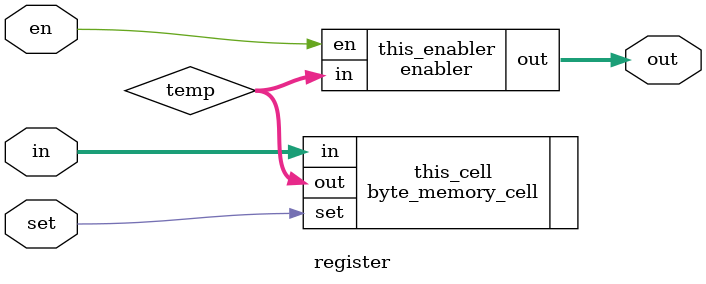
<source format=v>
`include "memory_cell.v"

module enabler #(parameter WIDTH = 16)(input [WIDTH-1:0] in, input en, output[WIDTH-1:0] out);
  generate 
      genvar i;
      for(i=0; i<WIDTH; i=i+1)begin
        assign out[i] = in[i] & en ;
      end
  endgenerate
endmodule

module register #(parameter WIDTH = 16)(input [WIDTH-1:0]in, input en, set, output[WIDTH-1:0] out);
  wire[WIDTH-1:0] temp;
  byte_memory_cell this_cell(.in(in), .set(set), .out(temp));
  enabler this_enabler(.in(temp), .en(en), .out(out));
endmodule

</source>
